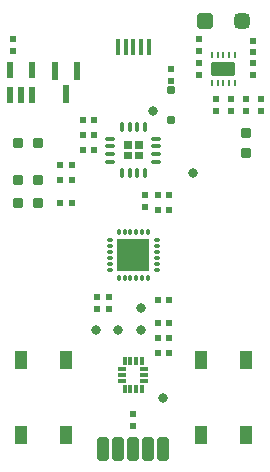
<source format=gtp>
G04*
G04 #@! TF.GenerationSoftware,Altium Limited,Altium Designer,21.2.2 (38)*
G04*
G04 Layer_Color=8421504*
%FSLAX25Y25*%
%MOIN*%
G70*
G04*
G04 #@! TF.SameCoordinates,0000E620-6A5C-4488-86E2-F855693774CC*
G04*
G04*
G04 #@! TF.FilePolarity,Positive*
G04*
G01*
G75*
G04:AMPARAMS|DCode=16|XSize=31.89mil|YSize=12.6mil|CornerRadius=3.15mil|HoleSize=0mil|Usage=FLASHONLY|Rotation=180.000|XOffset=0mil|YOffset=0mil|HoleType=Round|Shape=RoundedRectangle|*
%AMROUNDEDRECTD16*
21,1,0.03189,0.00630,0,0,180.0*
21,1,0.02559,0.01260,0,0,180.0*
1,1,0.00630,-0.01280,0.00315*
1,1,0.00630,0.01280,0.00315*
1,1,0.00630,0.01280,-0.00315*
1,1,0.00630,-0.01280,-0.00315*
%
%ADD16ROUNDEDRECTD16*%
G04:AMPARAMS|DCode=17|XSize=31.89mil|YSize=12.6mil|CornerRadius=3.15mil|HoleSize=0mil|Usage=FLASHONLY|Rotation=270.000|XOffset=0mil|YOffset=0mil|HoleType=Round|Shape=RoundedRectangle|*
%AMROUNDEDRECTD17*
21,1,0.03189,0.00630,0,0,270.0*
21,1,0.02559,0.01260,0,0,270.0*
1,1,0.00630,-0.00315,-0.01280*
1,1,0.00630,-0.00315,0.01280*
1,1,0.00630,0.00315,0.01280*
1,1,0.00630,0.00315,-0.01280*
%
%ADD17ROUNDEDRECTD17*%
%ADD18C,0.03150*%
%ADD19R,0.02165X0.05709*%
%ADD20R,0.02165X0.05709*%
%ADD21R,0.03937X0.06299*%
%ADD22R,0.01968X0.02362*%
%ADD23R,0.02362X0.01968*%
%ADD24R,0.02362X0.05906*%
G04:AMPARAMS|DCode=25|XSize=23.62mil|YSize=27.56mil|CornerRadius=2.95mil|HoleSize=0mil|Usage=FLASHONLY|Rotation=90.000|XOffset=0mil|YOffset=0mil|HoleType=Round|Shape=RoundedRectangle|*
%AMROUNDEDRECTD25*
21,1,0.02362,0.02165,0,0,90.0*
21,1,0.01772,0.02756,0,0,90.0*
1,1,0.00591,0.01083,0.00886*
1,1,0.00591,0.01083,-0.00886*
1,1,0.00591,-0.01083,-0.00886*
1,1,0.00591,-0.01083,0.00886*
%
%ADD25ROUNDEDRECTD25*%
G04:AMPARAMS|DCode=26|XSize=51.18mil|YSize=51.18mil|CornerRadius=6.4mil|HoleSize=0mil|Usage=FLASHONLY|Rotation=180.000|XOffset=0mil|YOffset=0mil|HoleType=Round|Shape=RoundedRectangle|*
%AMROUNDEDRECTD26*
21,1,0.05118,0.03839,0,0,180.0*
21,1,0.03839,0.05118,0,0,180.0*
1,1,0.01280,-0.01919,0.01919*
1,1,0.01280,0.01919,0.01919*
1,1,0.01280,0.01919,-0.01919*
1,1,0.01280,-0.01919,-0.01919*
%
%ADD26ROUNDEDRECTD26*%
G04:AMPARAMS|DCode=27|XSize=51.18mil|YSize=51.18mil|CornerRadius=12.8mil|HoleSize=0mil|Usage=FLASHONLY|Rotation=180.000|XOffset=0mil|YOffset=0mil|HoleType=Round|Shape=RoundedRectangle|*
%AMROUNDEDRECTD27*
21,1,0.05118,0.02559,0,0,180.0*
21,1,0.02559,0.05118,0,0,180.0*
1,1,0.02559,-0.01280,0.01280*
1,1,0.02559,0.01280,0.01280*
1,1,0.02559,0.01280,-0.01280*
1,1,0.02559,-0.01280,-0.01280*
%
%ADD27ROUNDEDRECTD27*%
G04:AMPARAMS|DCode=28|XSize=78.74mil|YSize=47.24mil|CornerRadius=5.91mil|HoleSize=0mil|Usage=FLASHONLY|Rotation=0.000|XOffset=0mil|YOffset=0mil|HoleType=Round|Shape=RoundedRectangle|*
%AMROUNDEDRECTD28*
21,1,0.07874,0.03543,0,0,0.0*
21,1,0.06693,0.04724,0,0,0.0*
1,1,0.01181,0.03347,-0.01772*
1,1,0.01181,-0.03347,-0.01772*
1,1,0.01181,-0.03347,0.01772*
1,1,0.01181,0.03347,0.01772*
%
%ADD28ROUNDEDRECTD28*%
%ADD29R,0.00984X0.02362*%
G04:AMPARAMS|DCode=30|XSize=31.5mil|YSize=31.5mil|CornerRadius=3.94mil|HoleSize=0mil|Usage=FLASHONLY|Rotation=270.000|XOffset=0mil|YOffset=0mil|HoleType=Round|Shape=RoundedRectangle|*
%AMROUNDEDRECTD30*
21,1,0.03150,0.02362,0,0,270.0*
21,1,0.02362,0.03150,0,0,270.0*
1,1,0.00787,-0.01181,-0.01181*
1,1,0.00787,-0.01181,0.01181*
1,1,0.00787,0.01181,0.01181*
1,1,0.00787,0.01181,-0.01181*
%
%ADD30ROUNDEDRECTD30*%
%ADD31R,0.01575X0.05315*%
G04:AMPARAMS|DCode=32|XSize=39.37mil|YSize=78.74mil|CornerRadius=9.84mil|HoleSize=0mil|Usage=FLASHONLY|Rotation=0.000|XOffset=0mil|YOffset=0mil|HoleType=Round|Shape=RoundedRectangle|*
%AMROUNDEDRECTD32*
21,1,0.03937,0.05906,0,0,0.0*
21,1,0.01968,0.07874,0,0,0.0*
1,1,0.01968,0.00984,-0.02953*
1,1,0.01968,-0.00984,-0.02953*
1,1,0.01968,-0.00984,0.02953*
1,1,0.01968,0.00984,0.02953*
%
%ADD32ROUNDEDRECTD32*%
G04:AMPARAMS|DCode=33|XSize=31.5mil|YSize=31.5mil|CornerRadius=3.94mil|HoleSize=0mil|Usage=FLASHONLY|Rotation=180.000|XOffset=0mil|YOffset=0mil|HoleType=Round|Shape=RoundedRectangle|*
%AMROUNDEDRECTD33*
21,1,0.03150,0.02362,0,0,180.0*
21,1,0.02362,0.03150,0,0,180.0*
1,1,0.00787,-0.01181,0.01181*
1,1,0.00787,0.01181,0.01181*
1,1,0.00787,0.01181,-0.01181*
1,1,0.00787,-0.01181,-0.01181*
%
%ADD33ROUNDEDRECTD33*%
%ADD34R,0.02500X0.01400*%
%ADD35R,0.01400X0.02500*%
%ADD36O,0.02559X0.01181*%
%ADD37O,0.01181X0.02559*%
%ADD38R,0.11024X0.11024*%
G36*
X-3110Y84488D02*
X-512D01*
Y81890D01*
X-3110D01*
Y84488D01*
D02*
G37*
G36*
Y88110D02*
X-512D01*
Y85512D01*
X-3110D01*
Y88110D01*
D02*
G37*
G36*
X512Y84488D02*
X3110D01*
Y81890D01*
X512D01*
Y84488D01*
D02*
G37*
G36*
Y88110D02*
X3110D01*
Y85512D01*
X512D01*
Y88110D01*
D02*
G37*
D16*
X7677Y81161D02*
D03*
Y83720D02*
D03*
Y86279D02*
D03*
Y88839D02*
D03*
X-7677D02*
D03*
Y86279D02*
D03*
Y83720D02*
D03*
Y81161D02*
D03*
D17*
X3839Y92677D02*
D03*
X1280D02*
D03*
X-1280D02*
D03*
X-3839D02*
D03*
Y77323D02*
D03*
X-1280D02*
D03*
X1280D02*
D03*
X3839D02*
D03*
D18*
X20000Y77500D02*
D03*
X6500Y98000D02*
D03*
X10000Y2500D02*
D03*
X-12500Y25000D02*
D03*
X-5000D02*
D03*
X2500D02*
D03*
Y32500D02*
D03*
D19*
X-41240Y103268D02*
D03*
D20*
X-37500Y103268D02*
D03*
X-33760D02*
D03*
Y111732D02*
D03*
X-41240D02*
D03*
D21*
X-22520Y-10098D02*
D03*
X-37480D02*
D03*
Y15098D02*
D03*
X-22520D02*
D03*
X22520Y15098D02*
D03*
X37480D02*
D03*
Y-10098D02*
D03*
X22520D02*
D03*
D22*
X0Y-3032D02*
D03*
Y-6968D02*
D03*
X32500Y98032D02*
D03*
Y101969D02*
D03*
X37500Y101969D02*
D03*
Y98032D02*
D03*
X12500Y108031D02*
D03*
Y111969D02*
D03*
X27500Y98032D02*
D03*
Y101969D02*
D03*
X-40000Y118032D02*
D03*
Y121968D02*
D03*
X40000Y110031D02*
D03*
Y113969D02*
D03*
X42500Y98032D02*
D03*
Y101969D02*
D03*
X40000Y117532D02*
D03*
Y121468D02*
D03*
X22000Y113969D02*
D03*
Y110031D02*
D03*
X22000Y118032D02*
D03*
Y121968D02*
D03*
X4000Y69968D02*
D03*
Y66031D02*
D03*
X-8000Y35969D02*
D03*
Y32032D02*
D03*
X-12000Y32032D02*
D03*
Y35969D02*
D03*
D23*
X-13032Y95000D02*
D03*
X-16969D02*
D03*
X-24468Y75000D02*
D03*
X-20531D02*
D03*
Y67500D02*
D03*
X-24468D02*
D03*
X-20531Y80000D02*
D03*
X-24468D02*
D03*
X-13032Y85000D02*
D03*
X-16969D02*
D03*
X-13032Y90000D02*
D03*
X-16969D02*
D03*
X8032Y65000D02*
D03*
X11969D02*
D03*
X11969Y17500D02*
D03*
X8032D02*
D03*
Y27500D02*
D03*
X11969D02*
D03*
X11969Y22500D02*
D03*
X8032D02*
D03*
X11969Y70000D02*
D03*
X8032D02*
D03*
X11969Y35000D02*
D03*
X8032D02*
D03*
D24*
X-22500Y103760D02*
D03*
X-26240Y111240D02*
D03*
X-18760D02*
D03*
D25*
X12500Y104921D02*
D03*
Y95079D02*
D03*
D26*
X23898Y128000D02*
D03*
D27*
X36102D02*
D03*
D28*
X30000Y112000D02*
D03*
D29*
X26063Y107394D02*
D03*
X28032D02*
D03*
X30000D02*
D03*
X31969D02*
D03*
X33937D02*
D03*
X26063Y116606D02*
D03*
X28032D02*
D03*
X30000D02*
D03*
X31969D02*
D03*
X33937D02*
D03*
D30*
X37500Y90847D02*
D03*
Y84153D02*
D03*
D31*
X0Y119370D02*
D03*
X-2559D02*
D03*
X-5118D02*
D03*
X2559D02*
D03*
X5118D02*
D03*
D32*
X10000Y-14500D02*
D03*
X5000D02*
D03*
X0D02*
D03*
X-5000D02*
D03*
X-10000D02*
D03*
D33*
X-31653Y87500D02*
D03*
X-38346D02*
D03*
Y75000D02*
D03*
X-31653D02*
D03*
X-38346Y67500D02*
D03*
X-31653D02*
D03*
D34*
X-3650Y8032D02*
D03*
Y10000D02*
D03*
Y11969D02*
D03*
X3650D02*
D03*
Y10000D02*
D03*
Y8032D02*
D03*
D35*
X-2953Y14650D02*
D03*
X-984D02*
D03*
X984D02*
D03*
X2953D02*
D03*
Y5350D02*
D03*
X984D02*
D03*
X-984D02*
D03*
X-2953D02*
D03*
D36*
X7776Y45079D02*
D03*
Y47047D02*
D03*
Y49016D02*
D03*
Y50984D02*
D03*
Y52953D02*
D03*
Y54921D02*
D03*
X-7776D02*
D03*
Y52953D02*
D03*
Y50984D02*
D03*
Y49016D02*
D03*
Y47047D02*
D03*
Y45079D02*
D03*
D37*
X4921Y57776D02*
D03*
X2953D02*
D03*
X984D02*
D03*
X-984D02*
D03*
X-2953D02*
D03*
X-4921D02*
D03*
Y42224D02*
D03*
X-2953D02*
D03*
X-984D02*
D03*
X984D02*
D03*
X2953D02*
D03*
X4921D02*
D03*
D38*
X0Y50000D02*
D03*
M02*

</source>
